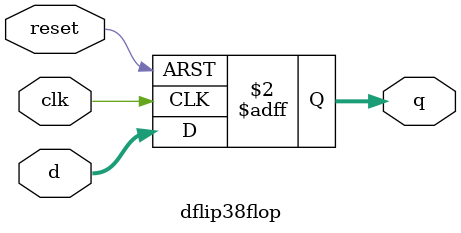
<source format=v>
module dflip38flop (d,clk,reset,q);

  input clk,reset;
  input [37:0] d;
  output [37:0] q;
  reg [37:0] q;

  always @ (posedge clk or posedge reset)
    if(reset)
      q<=38'b0 ;
    else
      q<=d;

  // end



endmodule // dflip38flop

</source>
